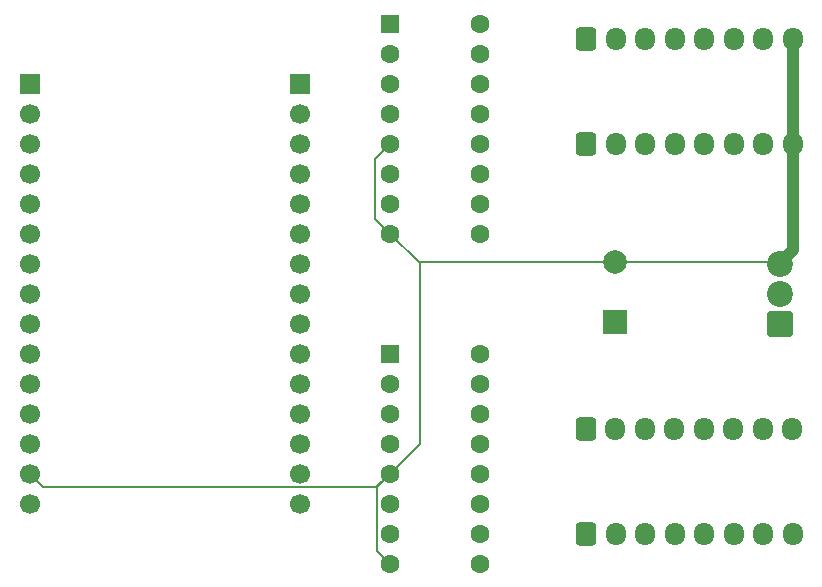
<source format=gbl>
G04 #@! TF.GenerationSoftware,KiCad,Pcbnew,9.0.1*
G04 #@! TF.CreationDate,2025-05-08T00:01:32-03:00*
G04 #@! TF.ProjectId,Controlador,436f6e74-726f-46c6-9164-6f722e6b6963,rev?*
G04 #@! TF.SameCoordinates,Original*
G04 #@! TF.FileFunction,Copper,L2,Bot*
G04 #@! TF.FilePolarity,Positive*
%FSLAX46Y46*%
G04 Gerber Fmt 4.6, Leading zero omitted, Abs format (unit mm)*
G04 Created by KiCad (PCBNEW 9.0.1) date 2025-05-08 00:01:32*
%MOMM*%
%LPD*%
G01*
G04 APERTURE LIST*
G04 Aperture macros list*
%AMRoundRect*
0 Rectangle with rounded corners*
0 $1 Rounding radius*
0 $2 $3 $4 $5 $6 $7 $8 $9 X,Y pos of 4 corners*
0 Add a 4 corners polygon primitive as box body*
4,1,4,$2,$3,$4,$5,$6,$7,$8,$9,$2,$3,0*
0 Add four circle primitives for the rounded corners*
1,1,$1+$1,$2,$3*
1,1,$1+$1,$4,$5*
1,1,$1+$1,$6,$7*
1,1,$1+$1,$8,$9*
0 Add four rect primitives between the rounded corners*
20,1,$1+$1,$2,$3,$4,$5,0*
20,1,$1+$1,$4,$5,$6,$7,0*
20,1,$1+$1,$6,$7,$8,$9,0*
20,1,$1+$1,$8,$9,$2,$3,0*%
G04 Aperture macros list end*
G04 #@! TA.AperFunction,ComponentPad*
%ADD10RoundRect,0.250000X-0.600000X-0.725000X0.600000X-0.725000X0.600000X0.725000X-0.600000X0.725000X0*%
G04 #@! TD*
G04 #@! TA.AperFunction,ComponentPad*
%ADD11O,1.700000X1.950000*%
G04 #@! TD*
G04 #@! TA.AperFunction,ComponentPad*
%ADD12RoundRect,0.249999X0.850001X-0.850001X0.850001X0.850001X-0.850001X0.850001X-0.850001X-0.850001X0*%
G04 #@! TD*
G04 #@! TA.AperFunction,ComponentPad*
%ADD13C,2.200000*%
G04 #@! TD*
G04 #@! TA.AperFunction,ComponentPad*
%ADD14R,2.000000X2.000000*%
G04 #@! TD*
G04 #@! TA.AperFunction,ComponentPad*
%ADD15C,2.000000*%
G04 #@! TD*
G04 #@! TA.AperFunction,ComponentPad*
%ADD16R,1.700000X1.700000*%
G04 #@! TD*
G04 #@! TA.AperFunction,ComponentPad*
%ADD17C,1.700000*%
G04 #@! TD*
G04 #@! TA.AperFunction,ComponentPad*
%ADD18RoundRect,0.250000X-0.550000X-0.550000X0.550000X-0.550000X0.550000X0.550000X-0.550000X0.550000X0*%
G04 #@! TD*
G04 #@! TA.AperFunction,ComponentPad*
%ADD19C,1.600000*%
G04 #@! TD*
G04 #@! TA.AperFunction,Conductor*
%ADD20C,0.200000*%
G04 #@! TD*
G04 #@! TA.AperFunction,Conductor*
%ADD21C,1.000000*%
G04 #@! TD*
G04 APERTURE END LIST*
D10*
X72510000Y-67310000D03*
D11*
X75010000Y-67310000D03*
X77510000Y-67310000D03*
X80010000Y-67310000D03*
X82510000Y-67310000D03*
X85010000Y-67310000D03*
X87510000Y-67310000D03*
X90010000Y-67310000D03*
D12*
X88900000Y-49530000D03*
D13*
X88900000Y-46990000D03*
X88900000Y-44450000D03*
D14*
X74930000Y-49357677D03*
D15*
X74930000Y-44357677D03*
D10*
X72470000Y-58420000D03*
D11*
X74970000Y-58420000D03*
X77470000Y-58420000D03*
X79970000Y-58420000D03*
X82470000Y-58420000D03*
X84970000Y-58420000D03*
X87470000Y-58420000D03*
X89970000Y-58420000D03*
D10*
X72510000Y-25400000D03*
D11*
X75010000Y-25400000D03*
X77510000Y-25400000D03*
X80010000Y-25400000D03*
X82510000Y-25400000D03*
X85010000Y-25400000D03*
X87510000Y-25400000D03*
X90010000Y-25400000D03*
D10*
X72510000Y-34290000D03*
D11*
X75010000Y-34290000D03*
X77510000Y-34290000D03*
X80010000Y-34290000D03*
X82510000Y-34290000D03*
X85010000Y-34290000D03*
X87510000Y-34290000D03*
X90010000Y-34290000D03*
D16*
X25400000Y-29210000D03*
D17*
X25400000Y-31750000D03*
X25400000Y-34290000D03*
X25400000Y-36830000D03*
X25400000Y-39370000D03*
X25400000Y-41910000D03*
X25400000Y-44450000D03*
X25400000Y-46990000D03*
X25400000Y-49530000D03*
X25400000Y-52070000D03*
X25400000Y-54610000D03*
X25400000Y-57150000D03*
X25400000Y-59690000D03*
X25400000Y-62230000D03*
X25400000Y-64770000D03*
D16*
X48260000Y-29210000D03*
D17*
X48260000Y-31750000D03*
X48260000Y-34290000D03*
X48260000Y-36830000D03*
X48260000Y-39370000D03*
X48260000Y-41910000D03*
X48260000Y-44450000D03*
X48260000Y-46990000D03*
X48260000Y-49530000D03*
X48260000Y-52070000D03*
X48260000Y-54610000D03*
X48260000Y-57150000D03*
X48260000Y-59690000D03*
X48260000Y-62230000D03*
X48260000Y-64770000D03*
D18*
X55885000Y-24130000D03*
D19*
X55885000Y-26670000D03*
X55885000Y-29210000D03*
X55885000Y-31750000D03*
X55885000Y-34290000D03*
X55885000Y-36830000D03*
X55885000Y-39370000D03*
X55885000Y-41910000D03*
X63505000Y-41910000D03*
X63505000Y-39370000D03*
X63505000Y-36830000D03*
X63505000Y-34290000D03*
X63505000Y-31750000D03*
X63505000Y-29210000D03*
X63505000Y-26670000D03*
X63505000Y-24130000D03*
D18*
X55880000Y-52070000D03*
D19*
X55880000Y-54610000D03*
X55880000Y-57150000D03*
X55880000Y-59690000D03*
X55880000Y-62230000D03*
X55880000Y-64770000D03*
X55880000Y-67310000D03*
X55880000Y-69850000D03*
X63500000Y-69850000D03*
X63500000Y-67310000D03*
X63500000Y-64770000D03*
X63500000Y-62230000D03*
X63500000Y-59690000D03*
X63500000Y-57150000D03*
X63500000Y-54610000D03*
X63500000Y-52070000D03*
D20*
X54729000Y-63381000D02*
X26551000Y-63381000D01*
X55880000Y-62230000D02*
X58420000Y-59690000D01*
X54779000Y-68749000D02*
X54779000Y-63331000D01*
D21*
X90010000Y-43340000D02*
X88900000Y-44450000D01*
D20*
X54610000Y-40635000D02*
X54610000Y-35565000D01*
X54779000Y-63331000D02*
X55880000Y-62230000D01*
D21*
X90010000Y-34290000D02*
X90010000Y-43340000D01*
D20*
X58332677Y-44357677D02*
X55885000Y-41910000D01*
X88807677Y-44357677D02*
X88900000Y-44450000D01*
X55880000Y-62230000D02*
X54729000Y-63381000D01*
X58420000Y-59690000D02*
X58420000Y-44357677D01*
X74930000Y-44357677D02*
X58420000Y-44357677D01*
X55885000Y-41910000D02*
X54610000Y-40635000D01*
D21*
X90010000Y-25400000D02*
X90010000Y-34290000D01*
D20*
X26551000Y-63381000D02*
X25400000Y-62230000D01*
X74930000Y-44357677D02*
X88807677Y-44357677D01*
X58420000Y-44357677D02*
X58332677Y-44357677D01*
X55880000Y-69850000D02*
X54779000Y-68749000D01*
X54610000Y-35565000D02*
X55885000Y-34290000D01*
X90301000Y-58089000D02*
X89970000Y-58420000D01*
X89970000Y-67270000D02*
X90010000Y-67310000D01*
M02*

</source>
